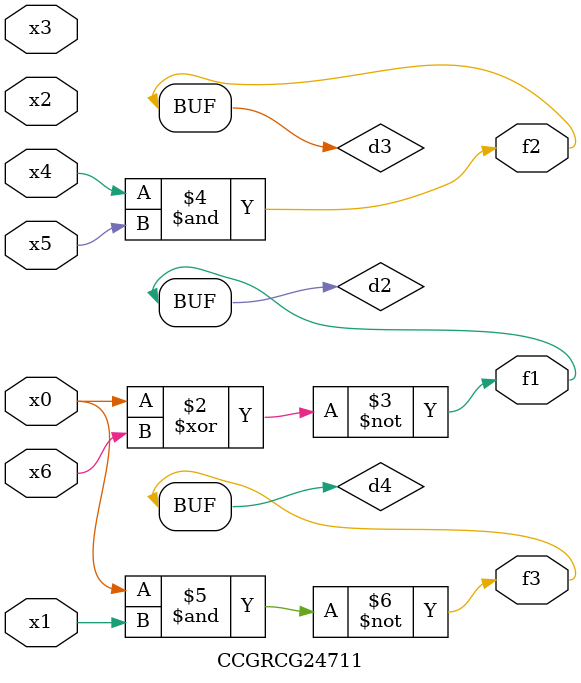
<source format=v>
module CCGRCG24711(
	input x0, x1, x2, x3, x4, x5, x6,
	output f1, f2, f3
);

	wire d1, d2, d3, d4;

	nor (d1, x0);
	xnor (d2, x0, x6);
	and (d3, x4, x5);
	nand (d4, x0, x1);
	assign f1 = d2;
	assign f2 = d3;
	assign f3 = d4;
endmodule

</source>
